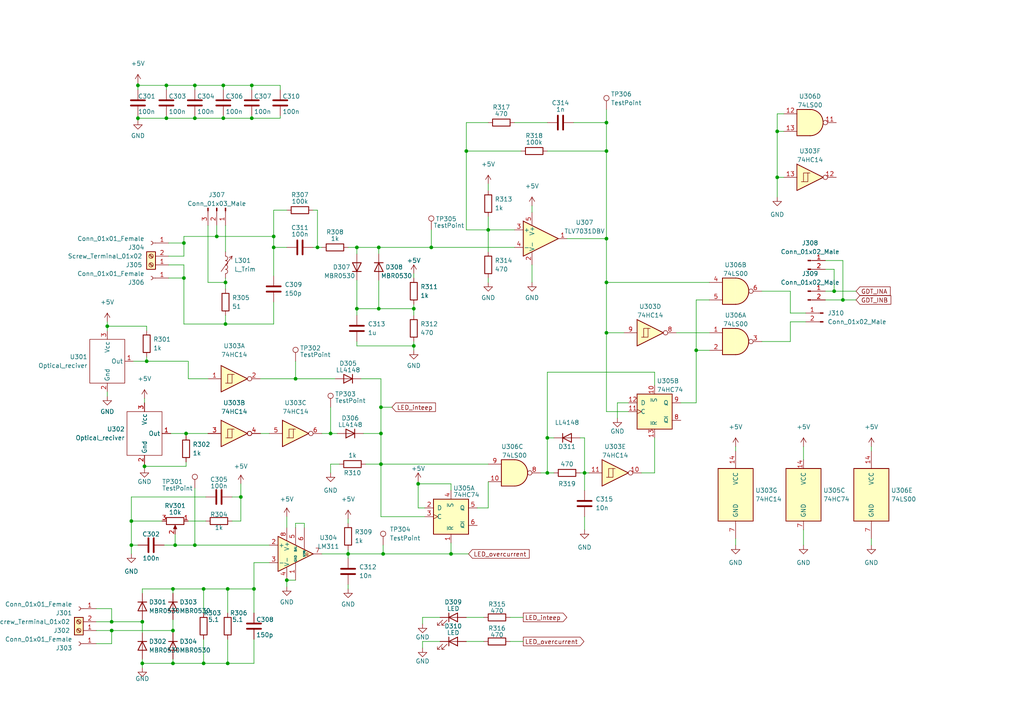
<source format=kicad_sch>
(kicad_sch (version 20211123) (generator eeschema)
  (paper "A4")
  (title_block (title "DRSSTC controller") (date "2023-03-07") (rev "0.2") (company "Politehnika"))
  (junction (at 73.025 24.765))
  (junction (at 110.49 134.62))
  (junction (at 53.34 80.645))
  (junction (at 40.005 24.765))
  (junction (at 32.385 182.88))
  (junction (at 41.91 135.255))
  (junction (at 79.375 68.58))
  (junction (at 56.515 158.115))
  (junction (at 120.015 100.33))
  (junction (at 225.425 38.1))
  (junction (at 175.895 43.815))
  (junction (at 42.545 104.775))
  (junction (at 66.04 170.815))
  (junction (at 95.885 125.73))
  (junction (at 41.275 180.34))
  (junction (at 62.865 68.58))
  (junction (at 120.015 89.535))
  (junction (at 64.77 34.29))
  (junction (at 59.055 192.405))
  (junction (at 109.855 71.755))
  (junction (at 175.895 69.215))
  (junction (at 66.04 192.405))
  (junction (at 141.605 66.675))
  (junction (at 121.285 140.335))
  (junction (at 158.75 127))
  (junction (at 48.26 34.29))
  (junction (at 65.405 93.98))
  (junction (at 41.275 192.405))
  (junction (at 92.075 71.755))
  (junction (at 50.165 182.88))
  (junction (at 32.385 180.34))
  (junction (at 64.77 24.765))
  (junction (at 135.255 43.815))
  (junction (at 169.545 137.16))
  (junction (at 56.515 34.29))
  (junction (at 110.49 118.11))
  (junction (at 50.165 192.405))
  (junction (at 85.725 109.855))
  (junction (at 50.8 158.115))
  (junction (at 130.81 160.655))
  (junction (at 48.26 24.765))
  (junction (at 65.405 81.915))
  (junction (at 59.055 170.815))
  (junction (at 73.025 34.29))
  (junction (at 103.505 71.755))
  (junction (at 109.855 89.535))
  (junction (at 175.895 96.52))
  (junction (at 50.165 170.815))
  (junction (at 69.85 144.145))
  (junction (at 40.005 34.29))
  (junction (at 244.475 86.995))
  (junction (at 53.975 125.73))
  (junction (at 103.505 89.535))
  (junction (at 56.515 24.765))
  (junction (at 38.1 151.13))
  (junction (at 201.93 101.6))
  (junction (at 79.375 71.755))
  (junction (at 31.115 94.615))
  (junction (at 175.895 35.56))
  (junction (at 110.49 125.73))
  (junction (at 38.1 158.115))
  (junction (at 125.095 71.755))
  (junction (at 241.935 84.455))
  (junction (at 158.75 137.16))
  (junction (at 83.185 168.275))
  (junction (at 73.66 170.815))
  (junction (at 175.895 81.915))
  (junction (at 111.125 160.655))
  (junction (at 225.425 51.435))
  (junction (at 100.965 160.655))
  (junction (at 53.34 70.485))
  (wire (pts (xy 158.75 127) (xy 158.75 137.16)))
  (wire (pts (xy 109.855 71.755) (xy 103.505 71.755)))
  (wire (pts (xy 149.225 35.56) (xy 158.75 35.56)))
  (wire (pts (xy 100.965 160.655) (xy 111.125 160.655)))
  (wire (pts (xy 66.04 192.405) (xy 59.055 192.405)))
  (wire (pts (xy 130.81 160.655) (xy 135.89 160.655)))
  (wire (pts (xy 154.305 76.835) (xy 154.305 81.915)))
  (wire (pts (xy 110.49 118.11) (xy 110.49 125.73)))
  (wire (pts (xy 175.895 96.52) (xy 180.975 96.52)))
  (wire (pts (xy 225.425 33.02) (xy 225.425 38.1)))
  (wire (pts (xy 56.515 158.115) (xy 50.8 158.115)))
  (wire (pts (xy 158.75 107.95) (xy 158.75 127)))
  (wire (pts (xy 65.405 65.405) (xy 65.405 73.025)))
  (wire (pts (xy 213.36 129.54) (xy 213.36 130.81)))
  (wire (pts (xy 32.385 176.53) (xy 27.94 176.53)))
  (wire (pts (xy 225.425 38.1) (xy 227.33 38.1)))
  (wire (pts (xy 41.91 135.255) (xy 41.91 135.89)))
  (wire (pts (xy 158.75 137.16) (xy 160.655 137.16)))
  (wire (pts (xy 169.545 137.16) (xy 170.815 137.16)))
  (wire (pts (xy 168.275 127) (xy 169.545 127)))
  (wire (pts (xy 85.725 151.765) (xy 88.265 151.765)))
  (wire (pts (xy 141.605 53.34) (xy 141.605 55.245)))
  (wire (pts (xy 32.385 182.88) (xy 32.385 186.69)))
  (wire (pts (xy 79.375 71.755) (xy 83.185 71.755)))
  (wire (pts (xy 48.895 74.295) (xy 53.34 74.295)))
  (wire (pts (xy 48.26 24.765) (xy 40.005 24.765)))
  (wire (pts (xy 50.165 182.88) (xy 50.165 183.515)))
  (wire (pts (xy 111.125 160.655) (xy 130.81 160.655)))
  (wire (pts (xy 40.005 33.655) (xy 40.005 34.29)))
  (wire (pts (xy 31.115 113.665) (xy 31.115 114.935)))
  (wire (pts (xy 147.955 179.07) (xy 151.765 179.07)))
  (wire (pts (xy 229.235 90.805) (xy 233.68 90.805)))
  (wire (pts (xy 244.475 75.565) (xy 244.475 86.995)))
  (wire (pts (xy 156.845 137.16) (xy 158.75 137.16)))
  (wire (pts (xy 65.405 80.645) (xy 65.405 81.915)))
  (wire (pts (xy 241.935 84.455) (xy 248.285 84.455)))
  (wire (pts (xy 201.93 101.6) (xy 205.74 101.6)))
  (wire (pts (xy 135.255 66.675) (xy 141.605 66.675)))
  (wire (pts (xy 64.77 34.29) (xy 56.515 34.29)))
  (wire (pts (xy 233.045 153.67) (xy 233.045 158.115)))
  (wire (pts (xy 53.975 125.73) (xy 60.325 125.73)))
  (wire (pts (xy 130.81 142.24) (xy 130.81 140.335)))
  (wire (pts (xy 53.34 68.58) (xy 62.865 68.58)))
  (wire (pts (xy 103.505 89.535) (xy 109.855 89.535)))
  (wire (pts (xy 38.1 144.145) (xy 38.1 151.13)))
  (wire (pts (xy 103.505 100.33) (xy 120.015 100.33)))
  (wire (pts (xy 32.385 182.88) (xy 50.165 182.88)))
  (wire (pts (xy 122.555 186.055) (xy 122.555 187.96)))
  (wire (pts (xy 92.075 71.755) (xy 93.345 71.755)))
  (wire (pts (xy 48.895 76.835) (xy 53.34 76.835)))
  (wire (pts (xy 81.28 34.29) (xy 73.025 34.29)))
  (wire (pts (xy 175.895 31.75) (xy 175.895 35.56)))
  (wire (pts (xy 41.275 191.135) (xy 41.275 192.405)))
  (wire (pts (xy 201.93 116.84) (xy 197.485 116.84)))
  (wire (pts (xy 38.1 158.115) (xy 38.1 160.655)))
  (wire (pts (xy 73.66 170.815) (xy 73.66 177.8)))
  (wire (pts (xy 109.855 81.28) (xy 109.855 89.535)))
  (wire (pts (xy 227.33 33.02) (xy 225.425 33.02)))
  (wire (pts (xy 50.165 170.815) (xy 50.165 172.085)))
  (wire (pts (xy 100.965 71.755) (xy 103.505 71.755)))
  (wire (pts (xy 189.865 137.16) (xy 189.865 127)))
  (wire (pts (xy 41.275 179.705) (xy 41.275 180.34)))
  (wire (pts (xy 103.505 99.06) (xy 103.505 100.33)))
  (wire (pts (xy 40.005 24.13) (xy 40.005 24.765)))
  (wire (pts (xy 38.735 104.775) (xy 42.545 104.775)))
  (wire (pts (xy 125.095 71.755) (xy 149.225 71.755)))
  (wire (pts (xy 103.505 81.28) (xy 103.505 89.535)))
  (wire (pts (xy 111.125 158.115) (xy 111.125 160.655)))
  (wire (pts (xy 41.91 134.62) (xy 41.91 135.255)))
  (wire (pts (xy 73.66 185.42) (xy 73.66 192.405)))
  (wire (pts (xy 90.805 71.755) (xy 92.075 71.755)))
  (wire (pts (xy 225.425 51.435) (xy 227.33 51.435)))
  (wire (pts (xy 229.235 99.06) (xy 220.98 99.06)))
  (wire (pts (xy 79.375 60.96) (xy 79.375 68.58)))
  (wire (pts (xy 100.965 150.495) (xy 100.965 151.765)))
  (wire (pts (xy 175.895 69.215) (xy 175.895 81.915)))
  (wire (pts (xy 93.345 160.655) (xy 100.965 160.655)))
  (wire (pts (xy 182.245 119.38) (xy 175.895 119.38)))
  (wire (pts (xy 233.045 129.54) (xy 233.045 133.35)))
  (wire (pts (xy 27.94 182.88) (xy 32.385 182.88)))
  (wire (pts (xy 135.255 186.055) (xy 140.335 186.055)))
  (wire (pts (xy 123.19 149.86) (xy 110.49 149.86)))
  (wire (pts (xy 100.965 159.385) (xy 100.965 160.655)))
  (wire (pts (xy 186.055 137.16) (xy 189.865 137.16)))
  (wire (pts (xy 100.965 160.655) (xy 100.965 161.925)))
  (wire (pts (xy 252.73 156.21) (xy 252.73 158.115)))
  (wire (pts (xy 65.405 81.915) (xy 65.405 83.82)))
  (wire (pts (xy 62.865 65.405) (xy 62.865 68.58)))
  (wire (pts (xy 141.605 81.915) (xy 141.605 80.645)))
  (wire (pts (xy 103.505 71.755) (xy 103.505 73.66)))
  (wire (pts (xy 141.605 66.675) (xy 149.225 66.675)))
  (wire (pts (xy 104.775 109.855) (xy 110.49 109.855)))
  (wire (pts (xy 109.855 71.755) (xy 125.095 71.755)))
  (wire (pts (xy 175.895 96.52) (xy 175.895 119.38)))
  (wire (pts (xy 48.26 24.765) (xy 48.26 26.035)))
  (wire (pts (xy 83.185 149.86) (xy 83.185 153.035)))
  (wire (pts (xy 60.325 65.405) (xy 60.325 81.915)))
  (wire (pts (xy 65.405 91.44) (xy 65.405 93.98)))
  (wire (pts (xy 42.545 95.885) (xy 42.545 94.615)))
  (wire (pts (xy 62.865 68.58) (xy 79.375 68.58)))
  (wire (pts (xy 73.025 24.765) (xy 73.025 26.035)))
  (wire (pts (xy 166.37 35.56) (xy 175.895 35.56)))
  (wire (pts (xy 130.81 140.335) (xy 121.285 140.335)))
  (wire (pts (xy 48.26 24.765) (xy 56.515 24.765)))
  (wire (pts (xy 88.265 151.765) (xy 88.265 153.035)))
  (wire (pts (xy 109.855 71.755) (xy 109.855 73.66)))
  (wire (pts (xy 121.285 147.32) (xy 123.19 147.32)))
  (wire (pts (xy 38.1 158.115) (xy 40.005 158.115)))
  (wire (pts (xy 95.885 134.62) (xy 95.885 137.16)))
  (wire (pts (xy 66.04 185.42) (xy 66.04 192.405)))
  (wire (pts (xy 32.385 186.69) (xy 27.94 186.69)))
  (wire (pts (xy 53.34 74.295) (xy 53.34 70.485)))
  (wire (pts (xy 73.025 33.655) (xy 73.025 34.29)))
  (wire (pts (xy 59.055 185.42) (xy 59.055 192.405)))
  (wire (pts (xy 49.53 125.73) (xy 53.975 125.73)))
  (wire (pts (xy 229.235 93.345) (xy 229.235 99.06)))
  (wire (pts (xy 69.85 140.335) (xy 69.85 144.145)))
  (wire (pts (xy 169.545 137.16) (xy 169.545 142.24)))
  (wire (pts (xy 54.61 109.855) (xy 54.61 104.775)))
  (wire (pts (xy 175.895 43.815) (xy 175.895 69.215)))
  (wire (pts (xy 95.885 125.73) (xy 97.79 125.73)))
  (wire (pts (xy 75.565 109.855) (xy 85.725 109.855)))
  (wire (pts (xy 93.345 125.73) (xy 95.885 125.73)))
  (wire (pts (xy 105.41 125.73) (xy 110.49 125.73)))
  (wire (pts (xy 78.105 163.195) (xy 73.66 163.195)))
  (wire (pts (xy 138.43 147.32) (xy 141.605 147.32)))
  (wire (pts (xy 196.215 96.52) (xy 205.74 96.52)))
  (wire (pts (xy 239.395 86.995) (xy 244.475 86.995)))
  (wire (pts (xy 241.935 78.105) (xy 241.935 84.455)))
  (wire (pts (xy 47.625 158.115) (xy 50.8 158.115)))
  (wire (pts (xy 50.165 170.815) (xy 59.055 170.815)))
  (wire (pts (xy 158.75 43.815) (xy 175.895 43.815)))
  (wire (pts (xy 66.04 177.8) (xy 66.04 170.815)))
  (wire (pts (xy 241.935 84.455) (xy 239.395 84.455)))
  (wire (pts (xy 154.305 59.69) (xy 154.305 61.595)))
  (wire (pts (xy 53.34 80.645) (xy 48.895 80.645)))
  (wire (pts (xy 179.07 116.84) (xy 179.07 121.285)))
  (wire (pts (xy 56.515 24.765) (xy 64.77 24.765)))
  (wire (pts (xy 83.185 60.96) (xy 79.375 60.96)))
  (wire (pts (xy 56.515 141.605) (xy 56.515 158.115)))
  (wire (pts (xy 48.26 34.29) (xy 40.005 34.29)))
  (wire (pts (xy 141.605 73.025) (xy 141.605 66.675)))
  (wire (pts (xy 41.275 172.085) (xy 41.275 170.815)))
  (wire (pts (xy 42.545 104.775) (xy 42.545 103.505)))
  (wire (pts (xy 73.66 163.195) (xy 73.66 170.815)))
  (wire (pts (xy 81.28 33.655) (xy 81.28 34.29)))
  (wire (pts (xy 205.74 86.995) (xy 201.93 86.995)))
  (wire (pts (xy 54.61 104.775) (xy 42.545 104.775)))
  (wire (pts (xy 135.255 35.56) (xy 135.255 43.815)))
  (wire (pts (xy 53.34 70.485) (xy 48.895 70.485)))
  (wire (pts (xy 121.285 140.335) (xy 121.285 147.32)))
  (wire (pts (xy 27.94 180.34) (xy 32.385 180.34)))
  (wire (pts (xy 48.26 33.655) (xy 48.26 34.29)))
  (wire (pts (xy 40.005 34.29) (xy 40.005 34.925)))
  (wire (pts (xy 67.31 144.145) (xy 69.85 144.145)))
  (wire (pts (xy 233.68 93.345) (xy 229.235 93.345)))
  (wire (pts (xy 40.005 24.765) (xy 40.005 26.035)))
  (wire (pts (xy 41.275 180.34) (xy 41.275 183.515)))
  (wire (pts (xy 56.515 33.655) (xy 56.515 34.29)))
  (wire (pts (xy 110.49 125.73) (xy 110.49 134.62)))
  (wire (pts (xy 239.395 78.105) (xy 241.935 78.105)))
  (wire (pts (xy 125.095 66.675) (xy 125.095 71.755)))
  (wire (pts (xy 182.245 116.84) (xy 179.07 116.84)))
  (wire (pts (xy 90.805 60.96) (xy 92.075 60.96)))
  (wire (pts (xy 141.605 35.56) (xy 135.255 35.56)))
  (wire (pts (xy 175.895 81.915) (xy 175.895 96.52)))
  (wire (pts (xy 127.635 179.07) (xy 122.555 179.07)))
  (wire (pts (xy 50.165 191.135) (xy 50.165 192.405)))
  (wire (pts (xy 42.545 94.615) (xy 31.115 94.615)))
  (wire (pts (xy 169.545 127) (xy 169.545 137.16)))
  (wire (pts (xy 95.885 118.11) (xy 95.885 125.73)))
  (wire (pts (xy 109.855 89.535) (xy 120.015 89.535)))
  (wire (pts (xy 79.375 80.01) (xy 79.375 71.755)))
  (wire (pts (xy 189.865 111.76) (xy 189.865 107.95)))
  (wire (pts (xy 31.115 93.345) (xy 31.115 94.615)))
  (wire (pts (xy 110.49 109.855) (xy 110.49 118.11)))
  (wire (pts (xy 169.545 149.86) (xy 169.545 153.67)))
  (wire (pts (xy 213.36 156.21) (xy 213.36 158.115)))
  (wire (pts (xy 79.375 68.58) (xy 79.375 71.755)))
  (wire (pts (xy 225.425 51.435) (xy 225.425 57.15)))
  (wire (pts (xy 56.515 34.29) (xy 48.26 34.29)))
  (wire (pts (xy 56.515 158.115) (xy 78.105 158.115)))
  (wire (pts (xy 85.725 104.775) (xy 85.725 109.855)))
  (wire (pts (xy 225.425 38.1) (xy 225.425 51.435)))
  (wire (pts (xy 168.275 137.16) (xy 169.545 137.16)))
  (wire (pts (xy 64.77 33.655) (xy 64.77 34.29)))
  (wire (pts (xy 83.185 168.275) (xy 83.185 170.18)))
  (wire (pts (xy 79.375 93.98) (xy 79.375 87.63)))
  (wire (pts (xy 65.405 93.98) (xy 53.34 93.98)))
  (wire (pts (xy 32.385 180.34) (xy 41.275 180.34)))
  (wire (pts (xy 229.235 84.455) (xy 229.235 90.805)))
  (wire (pts (xy 53.975 125.73) (xy 53.975 126.365)))
  (wire (pts (xy 220.98 84.455) (xy 229.235 84.455)))
  (wire (pts (xy 32.385 176.53) (xy 32.385 180.34)))
  (wire (pts (xy 53.975 135.255) (xy 41.91 135.255)))
  (wire (pts (xy 60.325 81.915) (xy 65.405 81.915)))
  (wire (pts (xy 103.505 89.535) (xy 103.505 91.44)))
  (wire (pts (xy 85.725 153.035) (xy 85.725 151.765)))
  (wire (pts (xy 158.75 127) (xy 160.655 127)))
  (wire (pts (xy 64.77 24.765) (xy 73.025 24.765)))
  (wire (pts (xy 38.1 151.13) (xy 46.99 151.13)))
  (wire (pts (xy 73.025 34.29) (xy 64.77 34.29)))
  (wire (pts (xy 127.635 186.055) (xy 122.555 186.055)))
  (wire (pts (xy 151.13 43.815) (xy 135.255 43.815)))
  (wire (pts (xy 120.015 88.265) (xy 120.015 89.535)))
  (wire (pts (xy 121.285 139.7) (xy 121.285 140.335)))
  (wire (pts (xy 41.91 115.57) (xy 41.91 116.84)))
  (wire (pts (xy 50.165 179.705) (xy 50.165 182.88)))
  (wire (pts (xy 147.955 186.055) (xy 151.765 186.055)))
  (wire (pts (xy 53.34 76.835) (xy 53.34 80.645)))
  (wire (pts (xy 73.025 24.765) (xy 81.28 24.765)))
  (wire (pts (xy 201.93 101.6) (xy 201.93 116.84)))
  (wire (pts (xy 92.075 60.96) (xy 92.075 71.755)))
  (wire (pts (xy 81.28 26.035) (xy 81.28 24.765)))
  (wire (pts (xy 120.015 79.375) (xy 120.015 80.645)))
  (wire (pts (xy 252.73 129.54) (xy 252.73 130.81)))
  (wire (pts (xy 106.045 134.62) (xy 110.49 134.62)))
  (wire (pts (xy 50.8 158.115) (xy 50.8 154.94)))
  (wire (pts (xy 120.015 100.33) (xy 120.015 101.6)))
  (wire (pts (xy 120.015 89.535) (xy 120.015 91.44)))
  (wire (pts (xy 59.055 192.405) (xy 50.165 192.405)))
  (wire (pts (xy 141.605 62.865) (xy 141.605 66.675)))
  (wire (pts (xy 64.77 24.765) (xy 64.77 26.035)))
  (wire (pts (xy 122.555 179.07) (xy 122.555 180.975)))
  (wire (pts (xy 201.93 86.995) (xy 201.93 101.6)))
  (wire (pts (xy 50.165 192.405) (xy 41.275 192.405)))
  (wire (pts (xy 135.255 43.815) (xy 135.255 66.675)))
  (wire (pts (xy 83.185 168.275) (xy 85.725 168.275)))
  (wire (pts (xy 189.865 107.95) (xy 158.75 107.95)))
  (wire (pts (xy 244.475 86.995) (xy 248.285 86.995)))
  (wire (pts (xy 31.115 94.615) (xy 31.115 95.885)))
  (wire (pts (xy 41.275 192.405) (xy 41.275 193.675)))
  (wire (pts (xy 38.1 144.145) (xy 59.69 144.145)))
  (wire (pts (xy 120.015 100.33) (xy 120.015 99.06)))
  (wire (pts (xy 56.515 26.035) (xy 56.515 24.765)))
  (wire (pts (xy 98.425 134.62) (xy 95.885 134.62)))
  (wire (pts (xy 59.055 170.815) (xy 66.04 170.815)))
  (wire (pts (xy 38.1 151.13) (xy 38.1 158.115)))
  (wire (pts (xy 60.325 109.855) (xy 54.61 109.855)))
  (wire (pts (xy 53.975 133.985) (xy 53.975 135.255)))
  (wire (pts (xy 130.81 160.655) (xy 130.81 157.48)))
  (wire (pts (xy 53.34 80.645) (xy 53.34 93.98)))
  (wire (pts (xy 110.49 118.11) (xy 113.665 118.11)))
  (wire (pts (xy 175.895 69.215) (xy 164.465 69.215)))
  (wire (pts (xy 75.565 125.73) (xy 78.105 125.73)))
  (wire (pts (xy 53.34 68.58) (xy 53.34 70.485)))
  (wire (pts (xy 141.605 147.32) (xy 141.605 139.7)))
  (wire (pts (xy 65.405 93.98) (xy 79.375 93.98)))
  (wire (pts (xy 85.725 109.855) (xy 97.155 109.855)))
  (wire (pts (xy 135.255 179.07) (xy 140.335 179.07)))
  (wire (pts (xy 69.85 151.13) (xy 67.31 151.13)))
  (wire (pts (xy 110.49 134.62) (xy 141.605 134.62)))
  (wire (pts (xy 54.61 151.13) (xy 59.69 151.13)))
  (wire (pts (xy 59.055 177.8) (xy 59.055 170.815)))
  (wire (pts (xy 239.395 75.565) (xy 244.475 75.565)))
  (wire (pts (xy 69.85 144.145) (xy 69.85 151.13)))
  (wire (pts (xy 175.895 35.56) (xy 175.895 43.815)))
  (wire (pts (xy 110.49 149.86) (xy 110.49 134.62)))
  (wire (pts (xy 73.66 192.405) (xy 66.04 192.405)))
  (wire (pts (xy 41.275 170.815) (xy 50.165 170.815)))
  (wire (pts (xy 205.74 81.915) (xy 175.895 81.915)))
  (wire (pts (xy 66.04 170.815) (xy 73.66 170.815)))
  (wire (pts (xy 100.965 169.545) (xy 100.965 170.815)))
  (global_label "LED_inteep" (shape input) (at 113.665 118.11 0) (property "Intersheet References" "${INTERSHEET_REFS}" (effects hide)))
  (global_label "GDT_INB" (shape input) (at 248.285 86.995 0) (property "Intersheet References" "${INTERSHEET_REFS}" (effects hide)))
  (global_label "LED_overcurrent" (shape output) (at 151.765 186.055 0) (property "Intersheet References" "${INTERSHEET_REFS}" (effects hide)))
  (global_label "GDT_INA" (shape input) (at 248.285 84.455 0) (property "Intersheet References" "${INTERSHEET_REFS}" (effects hide)))
  (global_label "LED_overcurrent" (shape input) (at 135.89 160.655 0) (property "Intersheet References" "${INTERSHEET_REFS}" (effects hide)))
  (global_label "LED_inteep" (shape output) (at 151.765 179.07 0) (property "Intersheet References" "${INTERSHEET_REFS}" (effects hide)))
  (symbol (lib_id "Device:R") (at 120.015 84.455 0) (unit 1)
    (property "Reference" "R311" (at 121.92 83.1849 0) (effects (justify left)))
    (property "Value" "1k" (at 121.92 85.7249 0) (effects (justify left)))
    (property "Footprint" "Resistor_SMD:R_0805_2012Metric" (effects hide))
  )
  (symbol (lib_id "Device:R") (at 102.235 134.62 90) (unit 1)
    (property "Reference" "R310" (at 102.235 137.16 90))
    (property "Value" "1k" (at 102.235 132.08 90))
    (property "Footprint" "Resistor_SMD:R_0805_2012Metric" (effects hide))
  )
  (symbol (lib_id "power:GND") (at 213.36 158.115 0) (unit 1)
    (property "Reference" "#PWR0327" (effects hide))
    (property "Value" "GND" (at 213.36 163.195 0))
  )
  (symbol (lib_id "power:GND") (at 225.425 57.15 0) (unit 1)
    (property "Reference" "#PWR0328" (effects hide))
    (property "Value" "GND" (at 225.425 62.23 0))
  )
  (symbol (lib_id "Device:C") (at 48.26 29.845 0) (unit 1)
    (property "Reference" "C303" (at 48.895 27.94 0) (effects (justify left)))
    (property "Value" "100n" (at 48.895 32.385 0) (effects (justify left)))
    (property "Footprint" "Capacitor_SMD:C_0805_2012Metric" (effects hide))
  )
  (symbol (lib_id "74xx:74LS00") (at 149.225 137.16 0) (unit 3)
    (property "Reference" "U306" (at 148.59 129.54 0))
    (property "Value" "74LS00" (at 149.225 132.08 0))
    (property "Footprint" "Package_SO:SO-14_3.9x8.65mm_P1.27mm" (effects hide))
    (property "Datasheet" "http://www.ti.com/lit/gpn/sn74ls00" (effects hide))
  )
  (symbol (lib_id "Device:LED") (at 131.445 179.07 0) (unit 1)
    (property "Reference" "D309" (at 131.445 174.625 0))
    (property "Value" "LED" (at 131.445 176.53 0))
    (property "Footprint" "LED_SMD:LED_0805_2012Metric" (effects hide))
  )
  (symbol (lib_id "Device:R") (at 59.055 181.61 0) (unit 1)
    (property "Reference" "R303" (at 59.055 177.8 0) (effects (justify left)))
    (property "Value" "5.1" (at 60.325 179.705 0) (effects (justify left)))
    (property "Footprint" "Resistor_SMD:R_2010_5025Metric" (effects hide))
  )
  (symbol (lib_id "Fiber_Optic:Optical_reciver") (at 41.91 125.73 0) (unit 1)
    (property "Reference" "U302" (at 36.195 124.4599 0) (effects (justify right)))
    (property "Value" "Optical_reciver" (at 36.195 126.9999 0) (effects (justify right)))
    (property "Footprint" "OptoDevice:PLT135" (effects hide))
  )
  (symbol (lib_id "Device:R") (at 53.975 130.175 0) (unit 1)
    (property "Reference" "R302" (at 55.88 128.9049 0) (effects (justify left)))
    (property "Value" "1k" (at 55.88 131.4449 0) (effects (justify left)))
    (property "Footprint" "Resistor_SMD:R_0805_2012Metric" (effects hide))
  )
  (symbol (lib_id "Connector:Conn_01x01_Female") (at 22.86 186.69 180) (unit 1)
    (property "Reference" "J303" (at 20.955 187.9601 0) (effects (justify left)))
    (property "Value" "Conn_01x01_Female" (at 20.955 185.4201 0) (effects (justify left)))
    (property "Footprint" "Connector_PinHeader_2.54mm:PinHeader_1x01_P2.54mm_Vertical" (effects hide))
  )
  (symbol (lib_id "Device:R") (at 144.145 179.07 90) (unit 1)
    (property "Reference" "R315" (at 144.145 175.26 90))
    (property "Value" "470" (at 144.145 177.165 90))
    (property "Footprint" "Resistor_SMD:R_0805_2012Metric" (effects hide))
  )
  (symbol (lib_id "Connector:TestPoint") (at 125.095 66.675 0) (unit 1)
    (property "Reference" "TP305" (at 126.365 63.5 0) (effects (justify left)))
    (property "Value" "TestPoint" (at 125.73 65.405 0) (effects (justify left)))
    (property "Footprint" "TestPoint:TestPoint_Loop_D2.50mm_Drill1.0mm" (effects hide))
  )
  (symbol (lib_id "74xx:74HC74") (at 189.865 119.38 0) (unit 2)
    (property "Reference" "U305" (at 190.5 110.49 0) (effects (justify left)))
    (property "Value" "74HC74" (at 190.5 113.03 0) (effects (justify left)))
    (property "Footprint" "Package_SO:SO-14_3.9x8.65mm_P1.27mm" (effects hide))
    (property "Datasheet" "74xx/74hc_hct74.pdf" (effects hide))
  )
  (symbol (lib_id "Device:LED") (at 131.445 186.055 0) (unit 1)
    (property "Reference" "D310" (at 131.445 181.61 0))
    (property "Value" "LED" (at 131.445 183.515 0))
    (property "Footprint" "LED_SMD:LED_0805_2012Metric" (effects hide))
  )
  (symbol (lib_id "Device:D") (at 50.165 187.325 270) (unit 1)
    (property "Reference" "D304" (at 52.07 186.055 90) (effects (justify left)))
    (property "Value" "MBR0530" (at 52.07 188.595 90) (effects (justify left)))
    (property "Footprint" "Diode_SMD:D_0805_2012Metric" (effects hide))
  )
  (symbol (lib_id "Connector:Conn_01x01_Female") (at 43.815 70.485 180) (unit 1)
    (property "Reference" "J304" (at 41.91 71.7551 0) (effects (justify left)))
    (property "Value" "Conn_01x01_Female" (at 41.91 69.2151 0) (effects (justify left)))
    (property "Footprint" "Connector_PinHeader_2.54mm:PinHeader_1x01_P2.54mm_Vertical" (effects hide))
  )
  (symbol (lib_id "power:+5V") (at 41.91 115.57 0) (unit 1)
    (property "Reference" "#PWR0307" (effects hide))
    (property "Value" "+5V" (at 41.91 109.855 0))
  )
  (symbol (lib_id "74xx:74HC14") (at 234.95 51.435 0) (unit 6)
    (property "Reference" "U303" (at 234.95 43.815 0))
    (property "Value" "74HC14" (at 234.95 46.355 0))
    (property "Footprint" "Package_SO:SO-14_3.9x8.65mm_P1.27mm" (effects hide))
    (property "Datasheet" "http://www.ti.com/lit/gpn/sn74HC14" (effects hide))
  )
  (symbol (lib_id "Device:R") (at 66.04 181.61 0) (unit 1)
    (property "Reference" "R306" (at 66.675 177.8 0) (effects (justify left)))
    (property "Value" "5.1" (at 67.31 179.705 0) (effects (justify left)))
    (property "Footprint" "Resistor_SMD:R_2010_5025Metric" (effects hide))
  )
  (symbol (lib_id "Device:D") (at 41.275 175.895 270) (unit 1)
    (property "Reference" "D301" (at 43.18 174.625 90) (effects (justify left)))
    (property "Value" "MBR0530" (at 43.18 177.165 90) (effects (justify left)))
    (property "Footprint" "Diode_SMD:D_0805_2012Metric" (effects hide))
  )
  (symbol (lib_id "Connector:Conn_01x01_Female") (at 22.86 176.53 180) (unit 1)
    (property "Reference" "J301" (at 20.955 177.8001 0) (effects (justify left)))
    (property "Value" "Conn_01x01_Female" (at 20.955 175.2601 0) (effects (justify left)))
    (property "Footprint" "Connector_PinHeader_2.54mm:PinHeader_1x01_P2.54mm_Vertical" (effects hide))
  )
  (symbol (lib_id "Device:L_Trim") (at 65.405 76.835 0) (unit 1)
    (property "Reference" "L301" (at 67.945 75.5649 0) (effects (justify left)))
    (property "Value" "L_Trim" (at 67.945 78.1049 0) (effects (justify left)))
    (property "Footprint" "Inductor_THT:L_Radial_D7.5mm_P5.00mm_Fastron_07P" (effects hide))
  )
  (symbol (lib_id "Device:C") (at 73.66 181.61 0) (unit 1)
    (property "Reference" "C308" (at 74.295 179.705 0) (effects (justify left)))
    (property "Value" "150p" (at 74.295 184.15 0) (effects (justify left)))
    (property "Footprint" "Capacitor_SMD:C_0805_2012Metric" (effects hide))
  )
  (symbol (lib_id "Connector:Conn_01x02_Male") (at 234.315 84.455 0) (unit 1)
    (property "Reference" "J309" (at 234.95 79.375 0))
    (property "Value" "Conn_01x02_Male" (at 234.95 81.915 0))
    (property "Footprint" "Connector_PinHeader_2.54mm:PinHeader_1x02_P2.54mm_Vertical" (effects hide))
  )
  (symbol (lib_id "Device:R") (at 63.5 151.13 90) (unit 1)
    (property "Reference" "R304" (at 63.5 149.225 90))
    (property "Value" "1k" (at 63.5 153.035 90))
    (property "Footprint" "Resistor_SMD:R_0805_2012Metric" (effects hide))
  )
  (symbol (lib_id "Device:R") (at 141.605 59.055 0) (unit 1)
    (property "Reference" "R313" (at 143.51 57.7849 0) (effects (justify left)))
    (property "Value" "1k" (at 143.51 60.3249 0) (effects (justify left)))
    (property "Footprint" "Resistor_SMD:R_0805_2012Metric" (effects hide))
  )
  (symbol (lib_id "power:+5V") (at 252.73 129.54 0) (unit 1)
    (property "Reference" "#PWR0331" (effects hide))
    (property "Value" "+5V" (at 252.73 123.825 0))
  )
  (symbol (lib_id "Device:D") (at 109.855 77.47 270) (unit 1)
    (property "Reference" "D308" (at 111.76 77.47 90) (effects (justify left)))
    (property "Value" "MBR0530" (at 110.49 80.01 90) (effects (justify left)))
    (property "Footprint" "Diode_SMD:D_0805_2012Metric" (effects hide))
  )
  (symbol (lib_id "Device:R") (at 100.965 155.575 0) (unit 1)
    (property "Reference" "R309" (at 102.87 154.3049 0) (effects (justify left)))
    (property "Value" "1k" (at 102.87 156.8449 0) (effects (justify left)))
    (property "Footprint" "Resistor_SMD:R_0805_2012Metric" (effects hide))
  )
  (symbol (lib_id "Device:R") (at 164.465 137.16 90) (unit 1)
    (property "Reference" "R319" (at 164.465 140.335 90))
    (property "Value" "470" (at 164.465 134.62 90))
    (property "Footprint" "Resistor_SMD:R_0805_2012Metric" (effects hide))
  )
  (symbol (lib_id "power:+5V") (at 69.85 140.335 0) (unit 1)
    (property "Reference" "#PWR0309" (effects hide))
    (property "Value" "+5V" (at 69.85 135.255 0))
  )
  (symbol (lib_id "Connector:Screw_Terminal_01x02") (at 22.86 182.88 180) (unit 1)
    (property "Reference" "J302" (at 20.32 182.8801 0) (effects (justify left)))
    (property "Value" "Screw_Terminal_01x02" (at 20.32 180.3401 0) (effects (justify left)))
    (property "Footprint" "TerminalBlock_Phoenix:TerminalBlock_Phoenix_PT-1,5-2-3.5-H_1x02_P3.50mm_Horizontal" (effects hide))
  )
  (symbol (lib_id "power:GND") (at 179.07 121.285 0) (unit 1)
    (property "Reference" "#PWR0325" (effects hide))
    (property "Value" "GND" (at 179.07 125.095 0))
  )
  (symbol (lib_id "power:GND") (at 100.965 170.815 0) (unit 1)
    (property "Reference" "#PWR0314" (effects hide))
    (property "Value" "GND" (at 100.965 175.26 0))
  )
  (symbol (lib_id "power:+5V") (at 154.305 59.69 0) (unit 1)
    (property "Reference" "#PWR0322" (effects hide))
    (property "Value" "+5V" (at 154.305 53.975 0))
  )
  (symbol (lib_id "power:GND") (at 169.545 153.67 0) (unit 1)
    (property "Reference" "#PWR0324" (effects hide))
    (property "Value" "GND" (at 169.545 158.75 0))
  )
  (symbol (lib_id "Device:R") (at 86.995 60.96 90) (unit 1)
    (property "Reference" "R307" (at 86.995 56.515 90))
    (property "Value" "100k" (at 86.995 58.42 90))
    (property "Footprint" "Resistor_SMD:R_0805_2012Metric" (effects hide))
  )
  (symbol (lib_id "power:+5V") (at 121.285 139.7 0) (unit 1)
    (property "Reference" "#PWR0317" (effects hide))
    (property "Value" "+5V" (at 121.285 135.89 0))
  )
  (symbol (lib_id "power:GND") (at 41.275 193.675 0) (unit 1)
    (property "Reference" "#PWR0306" (effects hide))
    (property "Value" "GND" (at 41.275 196.85 0))
  )
  (symbol (lib_id "Device:C") (at 86.995 71.755 90) (unit 1)
    (property "Reference" "C311" (at 86.995 66.04 90))
    (property "Value" "100n" (at 86.995 67.945 90))
    (property "Footprint" "Capacitor_SMD:C_0805_2012Metric" (effects hide))
  )
  (symbol (lib_id "Device:C") (at 73.025 29.845 0) (unit 1)
    (property "Reference" "C307" (at 73.66 27.94 0) (effects (justify left)))
    (property "Value" "100n" (at 73.66 32.385 0) (effects (justify left)))
    (property "Footprint" "Capacitor_SMD:C_0805_2012Metric" (effects hide))
  )
  (symbol (lib_id "74xx:74LS00") (at 234.95 35.56 0) (unit 4)
    (property "Reference" "U306" (at 234.95 27.94 0))
    (property "Value" "74LS00" (at 234.95 30.48 0))
    (property "Footprint" "Package_SO:SO-14_3.9x8.65mm_P1.27mm" (effects hide))
    (property "Datasheet" "http://www.ti.com/lit/gpn/sn74ls00" (effects hide))
  )
  (symbol (lib_id "Device:D") (at 50.165 175.895 270) (unit 1)
    (property "Reference" "D303" (at 52.07 174.625 90) (effects (justify left)))
    (property "Value" "MBR0530" (at 52.07 177.165 90) (effects (justify left)))
    (property "Footprint" "Diode_SMD:D_0805_2012Metric" (effects hide))
  )
  (symbol (lib_id "Device:R") (at 42.545 99.695 0) (unit 1)
    (property "Reference" "R301" (at 44.45 98.4249 0) (effects (justify left)))
    (property "Value" "1k" (at 44.45 100.9649 0) (effects (justify left)))
    (property "Footprint" "Resistor_SMD:R_0805_2012Metric" (effects hide))
  )
  (symbol (lib_id "Device:C") (at 169.545 146.05 0) (unit 1)
    (property "Reference" "C315" (at 172.72 144.7799 0) (effects (justify left)))
    (property "Value" "10n" (at 172.72 147.3199 0) (effects (justify left)))
    (property "Footprint" "Capacitor_SMD:C_0805_2012Metric" (effects hide))
  )
  (symbol (lib_id "power:GND") (at 31.115 114.935 0) (unit 1)
    (property "Reference" "#PWR0302" (effects hide))
    (property "Value" "GND" (at 31.115 119.38 0))
  )
  (symbol (lib_id "power:+5V") (at 100.965 150.495 0) (unit 1)
    (property "Reference" "#PWR0313" (effects hide))
    (property "Value" "+5V" (at 100.965 144.78 0))
  )
  (symbol (lib_id "Device:C") (at 162.56 35.56 90) (unit 1)
    (property "Reference" "C314" (at 162.56 29.845 90))
    (property "Value" "1n" (at 162.56 31.75 90))
    (property "Footprint" "Capacitor_SMD:C_0805_2012Metric" (effects hide))
  )
  (symbol (lib_id "Device:D") (at 41.275 187.325 270) (unit 1)
    (property "Reference" "D302" (at 43.18 186.055 90) (effects (justify left)))
    (property "Value" "MBR0530" (at 43.18 188.595 90) (effects (justify left)))
    (property "Footprint" "Diode_SMD:D_0805_2012Metric" (effects hide))
  )
  (symbol (lib_id "74xx:74HC14") (at 85.725 125.73 0) (unit 3)
    (property "Reference" "U303" (at 85.725 116.84 0))
    (property "Value" "74HC14" (at 85.725 119.38 0))
    (property "Footprint" "Package_SO:SO-14_3.9x8.65mm_P1.27mm" (effects hide))
    (property "Datasheet" "http://www.ti.com/lit/gpn/sn74HC14" (effects hide))
  )
  (symbol (lib_id "Connector:Conn_01x02_Male") (at 234.315 75.565 0) (unit 1)
    (property "Reference" "J308" (at 234.95 70.485 0))
    (property "Value" "Conn_01x02_Male" (at 234.95 73.025 0))
    (property "Footprint" "Connector_PinHeader_2.54mm:PinHeader_1x02_P2.54mm_Vertical" (effects hide))
  )
  (symbol (lib_id "Device:R") (at 144.145 186.055 90) (unit 1)
    (property "Reference" "R316" (at 144.145 182.245 90))
    (property "Value" "470" (at 144.145 184.15 90))
    (property "Footprint" "Resistor_SMD:R_0805_2012Metric" (effects hide))
  )
  (symbol (lib_id "power:+5V") (at 213.36 129.54 0) (unit 1)
    (property "Reference" "#PWR0326" (effects hide))
    (property "Value" "+5V" (at 213.36 123.825 0))
  )
  (symbol (lib_id "Device:C") (at 43.815 158.115 90) (unit 1)
    (property "Reference" "C302" (at 43.815 154.94 90))
    (property "Value" "100n" (at 43.815 161.925 90))
    (property "Footprint" "Capacitor_SMD:C_0805_2012Metric" (effects hide))
  )
  (symbol (lib_id "Device:D") (at 100.965 109.855 180) (unit 1)
    (property "Reference" "D305" (at 100.965 105.41 0))
    (property "Value" "LL4148" (at 100.965 107.315 0))
    (property "Footprint" "Diode_SMD:D_0805_2012Metric" (effects hide))
  )
  (symbol (lib_id "Connector:Screw_Terminal_01x02") (at 43.815 76.835 180) (unit 1)
    (property "Reference" "J305" (at 41.275 76.8351 0) (effects (justify left)))
    (property "Value" "Screw_Terminal_01x02" (at 41.275 74.2951 0) (effects (justify left)))
    (property "Footprint" "TerminalBlock_Phoenix:TerminalBlock_Phoenix_PT-1,5-2-3.5-H_1x02_P3.50mm_Horizontal" (effects hide))
  )
  (symbol (lib_id "Device:C") (at 81.28 29.845 0) (unit 1)
    (property "Reference" "C310" (at 81.915 27.94 0) (effects (justify left)))
    (property "Value" "100n" (at 81.915 32.385 0) (effects (justify left)))
    (property "Footprint" "Capacitor_SMD:C_0805_2012Metric" (effects hide))
  )
  (symbol (lib_id "Device:R") (at 145.415 35.56 90) (unit 1)
    (property "Reference" "R317" (at 145.415 31.115 90))
    (property "Value" "470" (at 145.415 33.02 90))
    (property "Footprint" "Resistor_SMD:R_0805_2012Metric" (effects hide))
  )
  (symbol (lib_id "Connector:TestPoint") (at 175.895 31.75 0) (unit 1)
    (property "Reference" "TP306" (at 177.165 27.305 0) (effects (justify left)))
    (property "Value" "TestPoint" (at 177.165 29.845 0) (effects (justify left)))
    (property "Footprint" "TestPoint:TestPoint_Loop_D2.50mm_Drill1.0mm" (effects hide))
  )
  (symbol (lib_id "Comparator:LM311") (at 85.725 160.655 0) (unit 1)
    (property "Reference" "U304" (at 95.25 155.956 0))
    (property "Value" "LM311" (at 95.25 158.496 0))
    (property "Footprint" "Package_SO:SO-8_3.9x4.9mm_P1.27mm" (effects hide))
    (property "Datasheet" "https://www.st.com/resource/en/datasheet/lm311.pdf" (effects hide))
  )
  (symbol (lib_id "Device:C") (at 100.965 165.735 0) (unit 1)
    (property "Reference" "C312" (at 104.14 164.4649 0) (effects (justify left)))
    (property "Value" "10n" (at 104.14 167.0049 0) (effects (justify left)))
    (property "Footprint" "Capacitor_SMD:C_0805_2012Metric" (effects hide))
  )
  (symbol (lib_id "Device:R") (at 141.605 76.835 0) (unit 1)
    (property "Reference" "R314" (at 143.51 75.5649 0) (effects (justify left)))
    (property "Value" "470" (at 143.51 78.1049 0) (effects (justify left)))
    (property "Footprint" "Resistor_SMD:R_0805_2012Metric" (effects hide))
  )
  (symbol (lib_id "power:GND") (at 120.015 101.6 0) (unit 1)
    (property "Reference" "#PWR0316" (effects hide))
    (property "Value" "GND" (at 120.015 106.045 0))
  )
  (symbol (lib_id "Device:R") (at 120.015 95.25 0) (unit 1)
    (property "Reference" "R312" (at 121.92 93.9799 0) (effects (justify left)))
    (property "Value" "470" (at 121.92 96.5199 0) (effects (justify left)))
    (property "Footprint" "Resistor_SMD:R_0805_2012Metric" (effects hide))
  )
  (symbol (lib_id "power:GND") (at 122.555 187.96 0) (unit 1)
    (property "Reference" "#PWR0319" (effects hide))
    (property "Value" "GND" (at 122.555 191.77 0))
  )
  (symbol (lib_id "Device:C") (at 79.375 83.82 0) (unit 1)
    (property "Reference" "C309" (at 82.55 82.5499 0) (effects (justify left)))
    (property "Value" "150p" (at 82.55 85.0899 0) (effects (justify left)))
    (property "Footprint" "Capacitor_SMD:C_0805_2012Metric" (effects hide))
  )
  (symbol (lib_id "Connector:Conn_01x02_Male") (at 238.76 90.805 0) (mirror y) (unit 1)
    (property "Reference" "J310" (at 240.03 90.8049 0) (effects (justify right)))
    (property "Value" "Conn_01x02_Male" (at 240.03 93.3449 0) (effects (justify right)))
    (property "Footprint" "Connector_PinHeader_2.54mm:PinHeader_1x02_P2.54mm_Vertical" (effects hide))
  )
  (symbol (lib_id "Comparator:TLV7031DBV") (at 156.845 69.215 0) (unit 1)
    (property "Reference" "U307" (at 169.545 64.516 0))
    (property "Value" "TLV7031DBV" (at 169.545 67.056 0))
    (property "Footprint" "Package_TO_SOT_SMD:SOT-23-5" (effects hide))
    (property "Datasheet" "https://www.ti.com/lit/ds/symlink/tlv7031.pdf" (effects hide))
  )
  (symbol (lib_id "power:+5V") (at 233.045 129.54 0) (unit 1)
    (property "Reference" "#PWR0329" (effects hide))
    (property "Value" "+5V" (at 233.045 123.825 0))
  )
  (symbol (lib_id "Device:R") (at 154.94 43.815 90) (unit 1)
    (property "Reference" "R318" (at 154.94 39.37 90))
    (property "Value" "100k" (at 154.94 41.275 90))
    (property "Footprint" "Resistor_SMD:R_0805_2012Metric" (effects hide))
  )
  (symbol (lib_id "Device:C") (at 63.5 144.145 90) (unit 1)
    (property "Reference" "C305" (at 63.5 139.065 90))
    (property "Value" "100n" (at 63.5 140.97 90))
    (property "Footprint" "Capacitor_SMD:C_0805_2012Metric" (effects hide))
  )
  (symbol (lib_id "power:GND") (at 40.005 34.925 0) (unit 1)
    (property "Reference" "#PWR0305" (effects hide))
    (property "Value" "GND" (at 40.005 39.37 0))
  )
  (symbol (lib_id "Device:D") (at 101.6 125.73 180) (unit 1)
    (property "Reference" "D306" (at 101.6 121.285 0))
    (property "Value" "LL4148" (at 101.6 123.19 0))
    (property "Footprint" "Diode_SMD:D_0805_2012Metric" (effects hide))
  )
  (symbol (lib_id "Connector:TestPoint") (at 95.885 118.11 0) (unit 1)
    (property "Reference" "TP303" (at 97.155 114.3 0) (effects (justify left)))
    (property "Value" "TestPoint" (at 97.155 116.205 0) (effects (justify left)))
    (property "Footprint" "TestPoint:TestPoint_Loop_D2.50mm_Drill1.0mm" (effects hide))
  )
  (symbol (lib_id "power:GND") (at 141.605 81.915 0) (unit 1)
    (property "Reference" "#PWR0321" (effects hide))
    (property "Value" "GND" (at 141.605 86.36 0))
  )
  (symbol (lib_id "74xx:74HC74") (at 130.81 149.86 0) (unit 1)
    (property "Reference" "U305" (at 131.445 141.605 0) (effects (justify left)))
    (property "Value" "74HC74" (at 131.445 143.51 0) (effects (justify left)))
    (property "Footprint" "Package_SO:SO-14_3.9x8.65mm_P1.27mm" (effects hide))
    (property "Datasheet" "74xx/74hc_hct74.pdf" (effects hide))
  )
  (symbol (lib_id "74xx:74HC14") (at 67.945 109.855 0) (unit 1)
    (property "Reference" "U303" (at 67.945 100.33 0))
    (property "Value" "74HC14" (at 67.945 102.87 0))
    (property "Footprint" "Package_SO:SO-14_3.9x8.65mm_P1.27mm" (effects hide))
    (property "Datasheet" "http://www.ti.com/lit/gpn/sn74HC14" (effects hide))
  )
  (symbol (lib_id "Device:R") (at 65.405 87.63 0) (unit 1)
    (property "Reference" "R305" (at 67.31 86.3599 0) (effects (justify left)))
    (property "Value" "51" (at 67.31 88.8999 0) (effects (justify left)))
    (property "Footprint" "Resistor_THT:R_Axial_Power_L25.0mm_W9.0mm_P27.94mm" (effects hide))
  )
  (symbol (lib_id "Device:R") (at 97.155 71.755 90) (unit 1)
    (property "Reference" "R308" (at 97.155 67.31 90))
    (property "Value" "1k" (at 97.155 69.215 90))
    (property "Footprint" "Resistor_SMD:R_0805_2012Metric" (effects hide))
  )
  (symbol (lib_id "74xx:74HC14") (at 178.435 137.16 0) (unit 5)
    (property "Reference" "U303" (at 178.435 129.54 0))
    (property "Value" "74HC14" (at 178.435 132.08 0))
    (property "Footprint" "Package_SO:SO-14_3.9x8.65mm_P1.27mm" (effects hide))
    (property "Datasheet" "http://www.ti.com/lit/gpn/sn74HC14" (effects hide))
  )
  (symbol (lib_id "74xx:74HC14") (at 213.36 143.51 0) (unit 7)
    (property "Reference" "U303" (at 219.075 142.24 0) (effects (justify left)))
    (property "Value" "74HC14" (at 219.075 144.78 0) (effects (justify left)))
    (property "Footprint" "Package_SO:SO-14_3.9x8.65mm_P1.27mm" (effects hide))
    (property "Datasheet" "http://www.ti.com/lit/gpn/sn74HC14" (effects hide))
  )
  (symbol (lib_id "74xx:74HC14") (at 188.595 96.52 0) (unit 4)
    (property "Reference" "U303" (at 188.595 88.9 0))
    (property "Value" "74HC14" (at 188.595 91.44 0))
    (property "Footprint" "Package_SO:SO-14_3.9x8.65mm_P1.27mm" (effects hide))
    (property "Datasheet" "http://www.ti.com/lit/gpn/sn74HC14" (effects hide))
  )
  (symbol (lib_id "power:GND") (at 233.045 158.115 0) (unit 1)
    (property "Reference" "#PWR0330" (effects hide))
    (property "Value" "GND" (at 233.045 163.195 0))
  )
  (symbol (lib_id "power:GND") (at 41.91 135.89 0) (unit 1)
    (property "Reference" "#PWR0308" (effects hide))
    (property "Value" "GND" (at 41.91 139.7 0))
  )
  (symbol (lib_id "power:+5V") (at 31.115 93.345 0) (unit 1)
    (property "Reference" "#PWR0301" (effects hide))
    (property "Value" "+5V" (at 31.115 87.63 0))
  )
  (symbol (lib_id "Device:C") (at 64.77 29.845 0) (unit 1)
    (property "Reference" "C306" (at 65.405 27.94 0) (effects (justify left)))
    (property "Value" "100n" (at 65.405 32.385 0) (effects (justify left)))
    (property "Footprint" "Capacitor_SMD:C_0805_2012Metric" (effects hide))
  )
  (symbol (lib_name "Optical_reciver_1") (lib_id "Fiber_Optic:Optical_reciver") (at 31.115 104.775 0) (unit 1)
    (property "Reference" "U301" (at 25.4 103.505 0) (effects (justify right)))
    (property "Value" "Optical_reciver" (at 25.4 106.045 0) (effects (justify right)))
    (property "Footprint" "OptoDevice:PLT135" (effects hide))
  )
  (symbol (lib_id "74xx:74LS00") (at 252.73 143.51 0) (unit 5)
    (property "Reference" "U306" (at 258.445 142.24 0) (effects (justify left)))
    (property "Value" "74LS00" (at 258.445 144.78 0) (effects (justify left)))
    (property "Footprint" "Package_SO:SO-14_3.9x8.65mm_P1.27mm" (effects hide))
    (property "Datasheet" "http://www.ti.com/lit/gpn/sn74ls00" (effects hide))
  )
  (symbol (lib_id "74xx:74HC74") (at 233.045 143.51 0) (unit 3)
    (property "Reference" "U305" (at 238.76 142.24 0) (effects (justify left)))
    (property "Value" "74HC74" (at 238.76 144.78 0) (effects (justify left)))
    (property "Footprint" "Package_SO:SO-14_3.9x8.65mm_P1.27mm" (effects hide))
    (property "Datasheet" "74xx/74hc_hct74.pdf" (effects hide))
  )
  (symbol (lib_id "Device:C") (at 103.505 95.25 0) (unit 1)
    (property "Reference" "C313" (at 106.68 93.9799 0) (effects (justify left)))
    (property "Value" "1u" (at 106.68 96.5199 0) (effects (justify left)))
    (property "Footprint" "Capacitor_SMD:C_0805_2012Metric" (effects hide))
  )
  (symbol (lib_id "power:+5V") (at 141.605 53.34 0) (unit 1)
    (property "Reference" "#PWR0320" (effects hide))
    (property "Value" "+5V" (at 141.605 47.625 0))
  )
  (symbol (lib_id "Device:C") (at 40.005 29.845 0) (unit 1)
    (property "Reference" "C301" (at 40.005 27.94 0) (effects (justify left)))
    (property "Value" "100n" (at 40.005 32.385 0) (effects (justify left)))
    (property "Footprint" "Capacitor_SMD:C_0805_2012Metric" (effects hide))
  )
  (symbol (lib_id "Connector:TestPoint") (at 56.515 141.605 0) (unit 1)
    (property "Reference" "TP301" (at 46.99 139.7 0) (effects (justify left)))
    (property "Value" "TestPoint" (at 46.99 141.605 0) (effects (justify left)))
    (property "Footprint" "TestPoint:TestPoint_Loop_D2.50mm_Drill1.0mm" (effects hide))
  )
  (symbol (lib_id "Device:D") (at 164.465 127 0) (unit 1)
    (property "Reference" "D311" (at 164.465 129.54 0))
    (property "Value" "LL4148" (at 164.465 122.555 0))
    (property "Footprint" "Diode_SMD:D_0805_2012Metric" (effects hide))
  )
  (symbol (lib_id "74xx:74LS00") (at 213.36 99.06 0) (unit 1)
    (property "Reference" "U306" (at 213.36 91.44 0))
    (property "Value" "74LS00" (at 213.36 93.98 0))
    (property "Footprint" "Package_SO:SO-14_3.9x8.65mm_P1.27mm" (effects hide))
    (property "Datasheet" "http://www.ti.com/lit/gpn/sn74ls00" (effects hide))
  )
  (symbol (lib_id "power:GND") (at 83.185 170.18 0) (unit 1)
    (property "Reference" "#PWR0311" (effects hide))
    (property "Value" "GND" (at 83.185 174.625 0))
  )
  (symbol (lib_id "power:+5V") (at 83.185 149.86 0) (unit 1)
    (property "Reference" "#PWR0310" (effects hide))
    (property "Value" "+5V" (at 83.185 144.78 0))
  )
  (symbol (lib_id "power:GND") (at 38.1 160.655 0) (unit 1)
    (property "Reference" "#PWR0303" (effects hide))
    (property "Value" "GND" (at 38.1 165.735 0))
  )
  (symbol (lib_id "Device:R_Potentiometer") (at 50.8 151.13 270) (unit 1)
    (property "Reference" "RV301" (at 50.8 146.685 90))
    (property "Value" "10k" (at 50.8 148.59 90))
    (property "Footprint" "Potentiometer_THT:Potentiometer_Bourns_3266Z_Horizontal" (effects hide))
  )
  (symbol (lib_id "Device:C") (at 56.515 29.845 0) (unit 1)
    (property "Reference" "C304" (at 57.15 27.94 0) (effects (justify left)))
    (property "Value" "100n" (at 57.15 32.385 0) (effects (justify left)))
    (property "Footprint" "Capacitor_SMD:C_0805_2012Metric" (effects hide))
  )
  (symbol (lib_id "Connector:TestPoint") (at 85.725 104.775 0) (unit 1)
    (property "Reference" "TP302" (at 86.995 100.965 0) (effects (justify left)))
    (property "Value" "TestPoint" (at 86.995 102.87 0) (effects (justify left)))
    (property "Footprint" "TestPoint:TestPoint_Loop_D2.50mm_Drill1.0mm" (effects hide))
  )
  (symbol (lib_id "power:GND") (at 122.555 180.975 0) (unit 1)
    (property "Reference" "#PWR0318" (effects hide))
    (property "Value" "GND" (at 122.555 184.785 0))
  )
  (symbol (lib_id "Connector:Conn_01x03_Male") (at 62.865 60.325 270) (unit 1)
    (property "Reference" "J307" (at 62.865 56.515 90))
    (property "Value" "Conn_01x03_Male" (at 62.865 59.055 90))
    (property "Footprint" "Connector_PinHeader_2.54mm:PinHeader_1x03_P2.54mm_Vertical" (effects hide))
  )
  (symbol (lib_id "power:+5V") (at 40.005 24.13 0) (unit 1)
    (property "Reference" "#PWR0304" (effects hide))
    (property "Value" "+5V" (at 40.005 18.415 0))
  )
  (symbol (lib_id "74xx:74HC14") (at 67.945 125.73 0) (unit 2)
    (property "Reference" "U303" (at 67.945 116.84 0))
    (property "Value" "74HC14" (at 67.945 119.38 0))
    (property "Footprint" "Package_SO:SO-14_3.9x8.65mm_P1.27mm" (effects hide))
    (property "Datasheet" "http://www.ti.com/lit/gpn/sn74HC14" (effects hide))
  )
  (symbol (lib_id "power:+5V") (at 120.015 79.375 0) (unit 1)
    (property "Reference" "#PWR0315" (effects hide))
    (property "Value" "+5V" (at 120.015 75.565 0))
  )
  (symbol (lib_id "power:GND") (at 95.885 137.16 0) (unit 1)
    (property "Reference" "#PWR0312" (effects hide))
    (property "Value" "GND" (at 95.885 142.24 0))
  )
  (symbol (lib_id "Connector:TestPoint") (at 111.125 158.115 0) (unit 1)
    (property "Reference" "TP304" (at 113.03 153.5429 0) (effects (justify left)))
    (property "Value" "TestPoint" (at 113.03 156.0829 0) (effects (justify left)))
    (property "Footprint" "TestPoint:TestPoint_Loop_D2.50mm_Drill1.0mm" (effects hide))
  )
  (symbol (lib_id "Device:D") (at 103.505 77.47 90) (unit 1)
    (property "Reference" "D307" (at 96.52 77.47 90) (effects (justify right)))
    (property "Value" "MBR0530" (at 93.98 80.01 90) (effects (justify right)))
    (property "Footprint" "Diode_SMD:D_0805_2012Metric" (effects hide))
  )
  (symbol (lib_id "power:GND") (at 154.305 81.915 0) (unit 1)
    (property "Reference" "#PWR0323" (effects hide))
    (property "Value" "GND" (at 154.305 86.36 0))
  )
  (symbol (lib_id "power:GND") (at 252.73 158.115 0) (unit 1)
    (property "Reference" "#PWR0332" (effects hide))
    (property "Value" "GND" (at 252.73 163.195 0))
  )
  (symbol (lib_id "74xx:74LS00") (at 213.36 84.455 0) (unit 2)
    (property "Reference" "U306" (at 213.36 76.835 0))
    (property "Value" "74LS00" (at 213.36 79.375 0))
    (property "Footprint" "Package_SO:SO-14_3.9x8.65mm_P1.27mm" (effects hide))
    (property "Datasheet" "http://www.ti.com/lit/gpn/sn74ls00" (effects hide))
  )
  (symbol (lib_id "Connector:Conn_01x01_Female") (at 43.815 80.645 180) (unit 1)
    (property "Reference" "J306" (at 41.91 81.9151 0) (effects (justify left)))
    (property "Value" "Conn_01x01_Female" (at 41.91 79.3751 0) (effects (justify left)))
    (property "Footprint" "Connector_PinHeader_2.54mm:PinHeader_1x01_P2.54mm_Vertical" (effects hide))
  )
)
</source>
